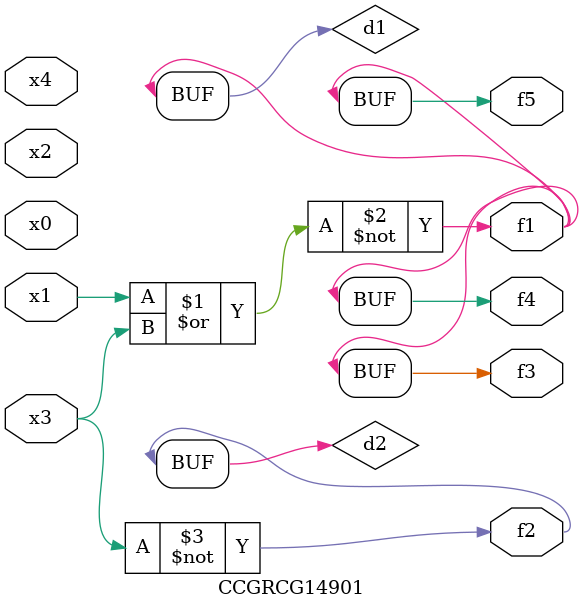
<source format=v>
module CCGRCG14901(
	input x0, x1, x2, x3, x4,
	output f1, f2, f3, f4, f5
);

	wire d1, d2;

	nor (d1, x1, x3);
	not (d2, x3);
	assign f1 = d1;
	assign f2 = d2;
	assign f3 = d1;
	assign f4 = d1;
	assign f5 = d1;
endmodule

</source>
